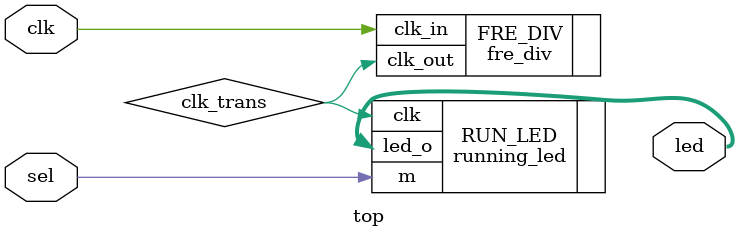
<source format=v>
`timescale 1ns / 1ps

module top(
    input clk,
    input sel,
    output [11:0] led
    );

    wire clk_trans;

    fre_div FRE_DIV(
        .clk_in(clk),
        .clk_out(clk_trans)
    );

    running_led RUN_LED(
        .clk(clk_trans),
        .m(sel),
        .led_o(led)
    );

endmodule

</source>
